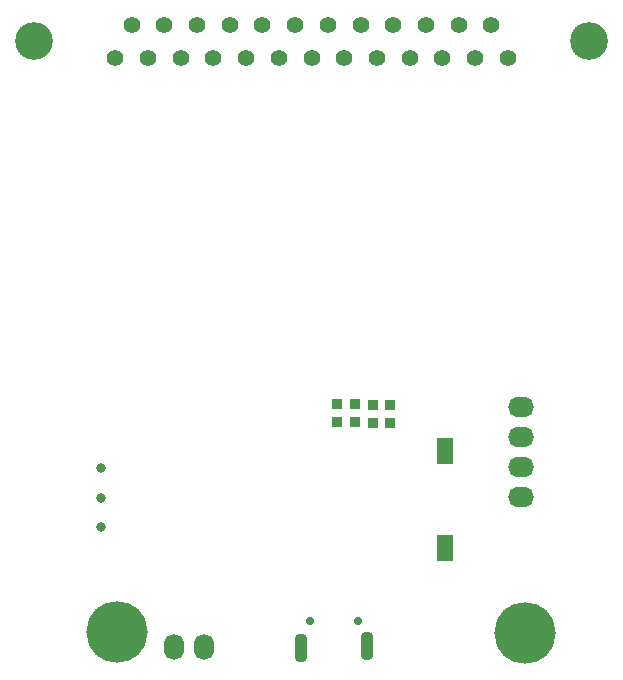
<source format=gbs>
G04 Layer_Color=16711935*
%FSLAX24Y24*%
%MOIN*%
G70*
G01*
G75*
%ADD48R,0.0380X0.0380*%
%ADD62C,0.0277*%
G04:AMPARAMS|DCode=63|XSize=92.6mil|YSize=39.5mil|CornerRadius=11.9mil|HoleSize=0mil|Usage=FLASHONLY|Rotation=90.000|XOffset=0mil|YOffset=0mil|HoleType=Round|Shape=RoundedRectangle|*
%AMROUNDEDRECTD63*
21,1,0.0926,0.0157,0,0,90.0*
21,1,0.0689,0.0395,0,0,90.0*
1,1,0.0237,0.0079,0.0344*
1,1,0.0237,0.0079,-0.0344*
1,1,0.0237,-0.0079,-0.0344*
1,1,0.0237,-0.0079,0.0344*
%
%ADD63ROUNDEDRECTD63*%
%ADD64C,0.1261*%
%ADD65C,0.0552*%
%ADD66C,0.0316*%
%ADD67C,0.2049*%
%ADD68O,0.0671X0.0867*%
%ADD69O,0.0867X0.0671*%
%ADD70R,0.0552X0.0867*%
D48*
X10305Y8150D02*
D03*
Y8750D02*
D03*
X9715Y8150D02*
D03*
Y8750D02*
D03*
X9134Y8159D02*
D03*
Y8759D02*
D03*
X8533Y8160D02*
D03*
Y8760D02*
D03*
D62*
X9213Y1535D02*
D03*
X7638D02*
D03*
D63*
X7323Y650D02*
D03*
X9528Y689D02*
D03*
D64*
X16935Y20856D02*
D03*
X-1585D02*
D03*
D65*
X1132Y20297D02*
D03*
X1677Y21415D02*
D03*
X3313Y20297D02*
D03*
X4404D02*
D03*
X5494D02*
D03*
X6585D02*
D03*
X7675D02*
D03*
X8766D02*
D03*
X9856D02*
D03*
X10947D02*
D03*
X12037D02*
D03*
X13128D02*
D03*
X2222D02*
D03*
X2768Y21415D02*
D03*
X3858D02*
D03*
X4949D02*
D03*
X6039D02*
D03*
X7130D02*
D03*
X8220D02*
D03*
X9311D02*
D03*
X10402D02*
D03*
X11492D02*
D03*
X12583D02*
D03*
X13673D02*
D03*
X14218Y20297D02*
D03*
D66*
X650Y6634D02*
D03*
Y5650D02*
D03*
Y4665D02*
D03*
D67*
X1181Y1181D02*
D03*
X14783Y1132D02*
D03*
D68*
X4094Y659D02*
D03*
X3094D02*
D03*
D69*
X14646Y8663D02*
D03*
Y7663D02*
D03*
Y6663D02*
D03*
Y5663D02*
D03*
D70*
X12136Y3957D02*
D03*
Y7185D02*
D03*
M02*

</source>
